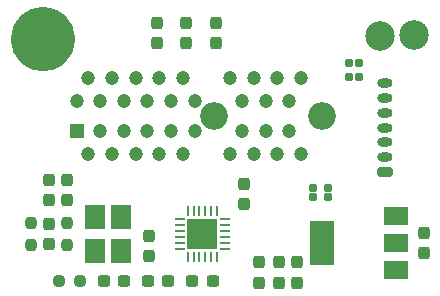
<source format=gbr>
%TF.GenerationSoftware,KiCad,Pcbnew,8.0.3*%
%TF.CreationDate,2024-06-23T17:04:57+02:00*%
%TF.ProjectId,Interface,496e7465-7266-4616-9365-2e6b69636164,rev?*%
%TF.SameCoordinates,Original*%
%TF.FileFunction,Soldermask,Top*%
%TF.FilePolarity,Negative*%
%FSLAX46Y46*%
G04 Gerber Fmt 4.6, Leading zero omitted, Abs format (unit mm)*
G04 Created by KiCad (PCBNEW 8.0.3) date 2024-06-23 17:04:57*
%MOMM*%
%LPD*%
G01*
G04 APERTURE LIST*
G04 Aperture macros list*
%AMRoundRect*
0 Rectangle with rounded corners*
0 $1 Rounding radius*
0 $2 $3 $4 $5 $6 $7 $8 $9 X,Y pos of 4 corners*
0 Add a 4 corners polygon primitive as box body*
4,1,4,$2,$3,$4,$5,$6,$7,$8,$9,$2,$3,0*
0 Add four circle primitives for the rounded corners*
1,1,$1+$1,$2,$3*
1,1,$1+$1,$4,$5*
1,1,$1+$1,$6,$7*
1,1,$1+$1,$8,$9*
0 Add four rect primitives between the rounded corners*
20,1,$1+$1,$2,$3,$4,$5,0*
20,1,$1+$1,$4,$5,$6,$7,0*
20,1,$1+$1,$6,$7,$8,$9,0*
20,1,$1+$1,$8,$9,$2,$3,0*%
G04 Aperture macros list end*
%ADD10C,2.750000*%
%ADD11RoundRect,0.237500X-0.237500X0.300000X-0.237500X-0.300000X0.237500X-0.300000X0.237500X0.300000X0*%
%ADD12C,2.500000*%
%ADD13RoundRect,0.237500X0.250000X0.237500X-0.250000X0.237500X-0.250000X-0.237500X0.250000X-0.237500X0*%
%ADD14R,2.000000X1.500000*%
%ADD15R,2.000000X3.800000*%
%ADD16RoundRect,0.237500X0.300000X0.237500X-0.300000X0.237500X-0.300000X-0.237500X0.300000X-0.237500X0*%
%ADD17RoundRect,0.237500X0.237500X-0.250000X0.237500X0.250000X-0.237500X0.250000X-0.237500X-0.250000X0*%
%ADD18RoundRect,0.237500X0.237500X-0.300000X0.237500X0.300000X-0.237500X0.300000X-0.237500X-0.300000X0*%
%ADD19R,1.725000X2.100000*%
%ADD20RoundRect,0.237500X-0.237500X0.250000X-0.237500X-0.250000X0.237500X-0.250000X0.237500X0.250000X0*%
%ADD21RoundRect,0.160000X-0.197500X-0.160000X0.197500X-0.160000X0.197500X0.160000X-0.197500X0.160000X0*%
%ADD22RoundRect,0.160000X-0.160000X0.197500X-0.160000X-0.197500X0.160000X-0.197500X0.160000X0.197500X0*%
%ADD23RoundRect,0.062500X-0.350000X-0.062500X0.350000X-0.062500X0.350000X0.062500X-0.350000X0.062500X0*%
%ADD24RoundRect,0.062500X-0.062500X-0.350000X0.062500X-0.350000X0.062500X0.350000X-0.062500X0.350000X0*%
%ADD25R,2.600000X2.600000*%
%ADD26RoundRect,0.237500X-0.300000X-0.237500X0.300000X-0.237500X0.300000X0.237500X-0.300000X0.237500X0*%
%ADD27C,3.200000*%
%ADD28C,2.350000*%
%ADD29R,1.200000X1.200000*%
%ADD30C,1.200000*%
%ADD31RoundRect,0.200000X0.450000X-0.200000X0.450000X0.200000X-0.450000X0.200000X-0.450000X-0.200000X0*%
%ADD32O,1.300000X0.800000*%
G04 APERTURE END LIST*
D10*
X103875000Y-77500000D02*
G75*
G02*
X101125000Y-77500000I-1375000J0D01*
G01*
X101125000Y-77500000D02*
G75*
G02*
X103875000Y-77500000I1375000J0D01*
G01*
D11*
%TO.C,C15*%
X112125000Y-76112499D03*
X112125000Y-77837501D03*
%TD*%
%TO.C,C14*%
X114635000Y-76112499D03*
X114635000Y-77837501D03*
%TD*%
%TO.C,C13*%
X117145000Y-76112499D03*
X117145000Y-77837501D03*
%TD*%
D12*
%TO.C,TP2*%
X133875000Y-77175000D03*
%TD*%
%TO.C,TP1*%
X131000000Y-77200000D03*
%TD*%
D13*
%TO.C,R1*%
X105662500Y-98000000D03*
X103837500Y-98000000D03*
%TD*%
D14*
%TO.C,U1*%
X132400000Y-97050000D03*
X132400000Y-94750000D03*
D15*
X126100000Y-94750000D03*
D14*
X132400000Y-92450000D03*
%TD*%
D16*
%TO.C,C2*%
X113112500Y-98000000D03*
X111387500Y-98000000D03*
%TD*%
D17*
%TO.C,R2*%
X101500000Y-94912500D03*
X101500000Y-93087500D03*
%TD*%
D18*
%TO.C,C7*%
X103000000Y-91112500D03*
X103000000Y-89387500D03*
%TD*%
D19*
%TO.C,Y1*%
X106912500Y-92550000D03*
X106912500Y-95450000D03*
X109087500Y-95450000D03*
X109087500Y-92550000D03*
%TD*%
D20*
%TO.C,R3*%
X104500000Y-93087500D03*
X104500000Y-94912500D03*
%TD*%
D18*
%TO.C,C9*%
X119500000Y-91462500D03*
X119500000Y-89737500D03*
%TD*%
D11*
%TO.C,C11*%
X103000000Y-93137500D03*
X103000000Y-94862500D03*
%TD*%
D21*
%TO.C,R5*%
X125402500Y-90875000D03*
X126597500Y-90875000D03*
%TD*%
D11*
%TO.C,C6*%
X120750000Y-96387500D03*
X120750000Y-98112500D03*
%TD*%
D22*
%TO.C,R6*%
X128425000Y-79502500D03*
X128425000Y-80697500D03*
%TD*%
D11*
%TO.C,C5*%
X122500000Y-96387500D03*
X122500000Y-98112500D03*
%TD*%
D22*
%TO.C,R7*%
X129225000Y-79502500D03*
X129225000Y-80697500D03*
%TD*%
D23*
%TO.C,IC1*%
X114062500Y-92750000D03*
X114062500Y-93250000D03*
X114062500Y-93750000D03*
X114062500Y-94250000D03*
X114062500Y-94750000D03*
X114062500Y-95250000D03*
D24*
X114750000Y-95937500D03*
X115250000Y-95937500D03*
X115750000Y-95937500D03*
X116250000Y-95937500D03*
X116750000Y-95937500D03*
X117250000Y-95937500D03*
D23*
X117937500Y-95250000D03*
X117937500Y-94750000D03*
X117937500Y-94250000D03*
X117937500Y-93750000D03*
X117937500Y-93250000D03*
X117937500Y-92750000D03*
D24*
X117250000Y-92062500D03*
X116750000Y-92062500D03*
X116250000Y-92062500D03*
X115750000Y-92062500D03*
X115250000Y-92062500D03*
X114750000Y-92062500D03*
D25*
X116000000Y-94000000D03*
%TD*%
D11*
%TO.C,C12*%
X111500000Y-94137500D03*
X111500000Y-95862500D03*
%TD*%
%TO.C,C10*%
X134750000Y-93887500D03*
X134750000Y-95612500D03*
%TD*%
D21*
%TO.C,R4*%
X125402500Y-90075000D03*
X126597500Y-90075000D03*
%TD*%
D16*
%TO.C,C1*%
X109362500Y-98000000D03*
X107637500Y-98000000D03*
%TD*%
D26*
%TO.C,C3*%
X115137500Y-98000000D03*
X116862500Y-98000000D03*
%TD*%
D11*
%TO.C,C4*%
X124000000Y-96387500D03*
X124000000Y-98112500D03*
%TD*%
D18*
%TO.C,C8*%
X104500000Y-91112500D03*
X104500000Y-89387500D03*
%TD*%
D27*
%TO.C,H1*%
X102500000Y-77500000D03*
%TD*%
D28*
%TO.C,J2*%
X126150000Y-84000000D03*
X117000000Y-84000000D03*
D29*
X105350000Y-85250000D03*
D30*
X106350000Y-87250000D03*
X107350000Y-85250000D03*
X108350000Y-87250000D03*
X109350000Y-85250000D03*
X110350000Y-87250000D03*
X111350000Y-85250000D03*
X112350000Y-87250000D03*
X113350000Y-85250000D03*
X114350000Y-87250000D03*
X115350000Y-85250000D03*
X118350000Y-87250000D03*
X119350000Y-85250000D03*
X120350000Y-87250000D03*
X121350000Y-85250000D03*
X122350000Y-87250000D03*
X123350000Y-85250000D03*
X124350000Y-87250000D03*
X105350000Y-82750000D03*
X106350000Y-80750000D03*
X107350000Y-82750000D03*
X108350000Y-80750000D03*
X109350000Y-82750000D03*
X110350000Y-80750000D03*
X111350000Y-82750000D03*
X112350000Y-80750000D03*
X113350000Y-82750000D03*
X114350000Y-80750000D03*
X115350000Y-82750000D03*
X118350000Y-80750000D03*
X119350000Y-82750000D03*
X120350000Y-80750000D03*
X121350000Y-82750000D03*
X122350000Y-80750000D03*
X123350000Y-82750000D03*
X124350000Y-80750000D03*
%TD*%
D31*
%TO.C,J1*%
X131500000Y-88750000D03*
D32*
X131500000Y-87500000D03*
X131500000Y-86250000D03*
X131500000Y-85000000D03*
X131500000Y-83750000D03*
X131500000Y-82500000D03*
X131500000Y-81250000D03*
%TD*%
M02*

</source>
